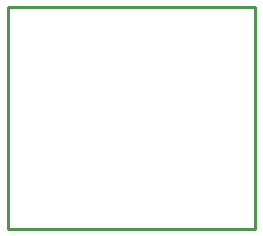
<source format=gm1>
G04*
G04 #@! TF.GenerationSoftware,Altium Limited,Altium Designer,18.1.9 (240)*
G04*
G04 Layer_Color=16711935*
%FSLAX25Y25*%
%MOIN*%
G70*
G01*
G75*
%ADD21C,0.01000*%
D21*
X167000Y305500D02*
X249500D01*
X167000Y231500D02*
Y305500D01*
Y231500D02*
X249500D01*
Y305500D01*
M02*

</source>
